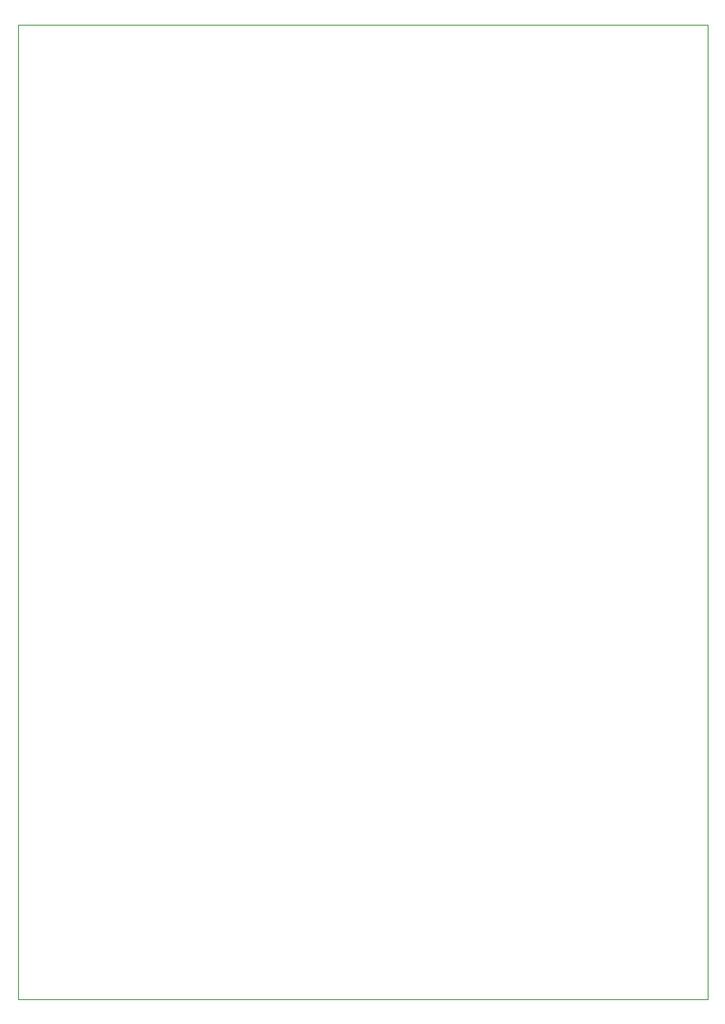
<source format=gbr>
%TF.GenerationSoftware,KiCad,Pcbnew,7.0.9*%
%TF.CreationDate,2024-06-29T17:01:07+12:00*%
%TF.ProjectId,ADSR Envelope,41445352-2045-46e7-9665-6c6f70652e6b,rev?*%
%TF.SameCoordinates,Original*%
%TF.FileFunction,Profile,NP*%
%FSLAX46Y46*%
G04 Gerber Fmt 4.6, Leading zero omitted, Abs format (unit mm)*
G04 Created by KiCad (PCBNEW 7.0.9) date 2024-06-29 17:01:07*
%MOMM*%
%LPD*%
G01*
G04 APERTURE LIST*
%TA.AperFunction,Profile*%
%ADD10C,0.100000*%
%TD*%
G04 APERTURE END LIST*
D10*
X109000000Y-45300000D02*
X179800000Y-45300000D01*
X179800000Y-45300000D02*
X179800000Y-145300000D01*
X179800000Y-145300000D02*
X109000000Y-145300000D01*
X109000000Y-145300000D02*
X109000000Y-45300000D01*
M02*

</source>
